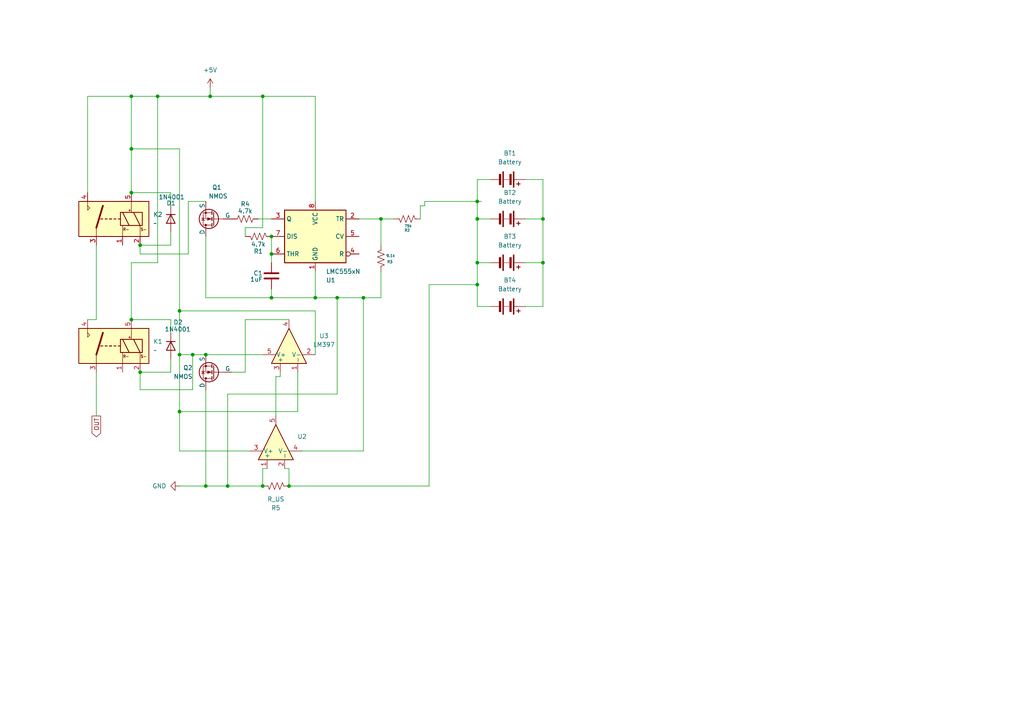
<source format=kicad_sch>
(kicad_sch (version 20250114) (generator "eeschema") (generator_version "9.0")
  (paper "A4")
  (lib_symbols
    (symbol "Comparator:LM397" (pin_names (offset 0.127))
      (property "Reference" "U" (at 1.27 5.08 0))
      (property "Value" "LM397" (at 3.81 -5.08 0))
      (symbol "LM397_0_1"
        (polyline (pts (xy -5.08 5.08) (xy 5.08 0) (xy -5.08 -5.08) (xy -5.08 5.08)) (stroke (width 0.254)) (fill (type background)))
      )
      (symbol "LM397_1_1"
        (pin input line (at -7.62 2.54 0) (length 2.54) (name "+") (number "3"))
        (pin input line (at -7.62 -2.54 0) (length 2.54) (name "-") (number "1"))
        (pin power_in line (at -2.54 7.62 270) (length 3.81) (name "V+") (number "5"))
        (pin power_in line (at -2.54 -7.62 90) (length 3.81) (name "V-") (number "2"))
        (pin open_collector line (at 7.62 0 180) (length 2.54) (name "~") (number "4"))
      )
    )
    (symbol "Device:Battery" (pin_numbers (hide yes)) (pin_names (offset 0) (hide yes))
      (property "Reference" "BT" (at 2.54 2.54 0))
      (property "Value" "Battery" (at 2.54 0 0))
      (symbol "Battery_0_1"
        (rectangle (start -2.286 1.778) (end 2.286 1.524) (fill (type outline)))
        (rectangle (start -2.286 -1.27) (end 2.286 -1.524) (fill (type outline)))
        (rectangle (start -1.524 1.016) (end 1.524 0.508) (fill (type outline)))
        (rectangle (start -1.524 -2.032) (end 1.524 -2.54) (fill (type outline)))
        (polyline (pts (xy 0 1.778) (xy 0 2.54)))
        (polyline (pts (xy 0 0) (xy 0 0.254)))
        (polyline (pts (xy 0 -0.508) (xy 0 -0.254)))
        (polyline (pts (xy 0 -1.016) (xy 0 -0.762)))
        (polyline (pts (xy 0.762 3.048) (xy 1.778 3.048)) (stroke (width 0.254)))
        (polyline (pts (xy 1.27 3.556) (xy 1.27 2.54)) (stroke (width 0.254)))
      )
      (symbol "Battery_1_1"
        (pin passive line (at 0 5.08 270) (length 2.54) (name "+") (number "1"))
        (pin passive line (at 0 -5.08 90) (length 2.54) (name "-") (number "2"))
      )
    )
    (symbol "Device:C" (pin_numbers (hide yes)) (pin_names (offset 0.254))
      (property "Reference" "C" (at 0.635 2.54 0))
      (property "Value" "C" (at 0.635 -2.54 0))
      (symbol "C_0_1"
        (polyline (pts (xy -2.032 0.762) (xy 2.032 0.762)) (stroke (width 0.508)))
        (polyline (pts (xy -2.032 -0.762) (xy 2.032 -0.762)) (stroke (width 0.508)))
      )
      (symbol "C_1_1"
        (pin passive line (at 0 3.81 270) (length 2.794) (name "~") (number "1"))
        (pin passive line (at 0 -3.81 90) (length 2.794) (name "~") (number "2"))
      )
    )
    (symbol "Device:R_US" (pin_numbers (hide yes)) (pin_names (offset 0))
      (property "Reference" "R" (at 2.54 0 90))
      (property "Value" "R_US" (at -2.54 0 90))
      (symbol "R_US_0_1"
        (polyline (pts (xy 0 2.286) (xy 0 2.54)))
        (polyline (pts (xy 0 2.286) (xy 1.016 1.905) (xy 0 1.524) (xy -1.016 1.143) (xy 0 0.762)))
        (polyline (pts (xy 0 0.762) (xy 1.016 0.381) (xy 0 0) (xy -1.016 -0.381) (xy 0 -0.762)))
        (polyline (pts (xy 0 -0.762) (xy 1.016 -1.143) (xy 0 -1.524) (xy -1.016 -1.905) (xy 0 -2.286)))
        (polyline (pts (xy 0 -2.286) (xy 0 -2.54)))
      )
      (symbol "R_US_1_1"
        (pin passive line (at 0 3.81 270) (length 1.27) (name "~") (number "1"))
        (pin passive line (at 0 -3.81 90) (length 1.27) (name "~") (number "2"))
      )
    )
    (symbol "Diode:1N4001" (pin_numbers (hide yes)) (pin_names (hide yes))
      (property "Reference" "D" (at 0 2.54 0))
      (property "Value" "1N4001" (at 0 -2.54 0))
      (symbol "1N4001_0_1"
        (polyline (pts (xy -1.27 1.27) (xy -1.27 -1.27)) (stroke (width 0.254)))
        (polyline (pts (xy 1.27 1.27) (xy 1.27 -1.27) (xy -1.27 0) (xy 1.27 1.27)) (stroke (width 0.254)))
        (polyline (pts (xy 1.27 0) (xy -1.27 0)))
      )
      (symbol "1N4001_1_1"
        (pin passive line (at -3.81 0 0) (length 2.54) (name "K") (number "1"))
        (pin passive line (at 3.81 0 180) (length 2.54) (name "A") (number "2"))
      )
    )
    (symbol "Relay:Relay_SPST_Latching_2coil_Combined_SR"
      (property "Reference" "K" (at 12.954 5.08 0))
      (symbol "Relay_SPST_Latching_2coil_Combined_SR_0_1"
        (polyline (pts (xy -7.62 -3.81) (xy -7.62 -0.635)))
        (polyline (pts (xy -5.08 6.35) (xy -5.08 3.175)))
        (polyline (pts (xy -2.54 -3.81) (xy -2.54 -0.635)))
      )
      (symbol "Relay_SPST_Latching_2coil_Combined_SR_1_1"
        (rectangle (start -10.16 6.35) (end 10.16 -3.81) (stroke (width 0.254)) (fill (type background)))
        (rectangle (start -8.255 3.175) (end -1.905 -0.635) (stroke (width 0.254)))
        (polyline (pts (xy -7.62 -0.635) (xy -5.715 3.175)) (stroke (width 0.254)))
        (polyline (pts (xy -4.445 -0.635) (xy -2.54 3.175)) (stroke (width 0.254)))
        (polyline (pts (xy -1.905 1.27) (xy -1.27 1.27)) (stroke (width 0.254)))
        (polyline (pts (xy -0.635 1.27) (xy 0 1.27)) (stroke (width 0.254)))
        (polyline (pts (xy 0.635 1.27) (xy 1.27 1.27)) (stroke (width 0.254)))
        (polyline (pts (xy 0.635 1.27) (xy 1.27 1.27)) (stroke (width 0.254)))
        (polyline (pts (xy 1.905 1.27) (xy 2.54 1.27)) (stroke (width 0.254)))
        (polyline (pts (xy 3.175 1.27) (xy 3.81 1.27)) (stroke (width 0.254)))
        (polyline (pts (xy 5.08 -1.27) (xy 3.175 5.08)) (stroke (width 0.508)))
        (polyline (pts (xy 5.08 -1.27) (xy 5.08 -3.81)))
        (polyline (pts (xy 7.62 5.08) (xy 7.62 6.35)))
        (polyline (pts (xy 7.62 5.08) (xy 7.62 3.81) (xy 6.985 4.445) (xy 7.62 5.08)))
        (text "S-" (at -8.636 -1.778 0) (effects (font (size 0.762 0.762))))
        (text "+" (at -4.572 3.81 0) (effects (font (size 0.762 0.762))))
        (text "R-" (at -3.556 -1.778 0) (effects (font (size 0.762 0.762))))
        (pin passive line (at -7.62 -6.35 90) (length 2.54) (name "~") (number "2"))
        (pin passive line (at -5.08 8.89 270) (length 2.54) (name "~") (number "5"))
        (pin passive line (at -2.54 -6.35 90) (length 2.54) (name "~") (number "1"))
        (pin passive line (at 5.08 -6.35 90) (length 2.54) (name "~") (number "3"))
        (pin passive line (at 7.62 8.89 270) (length 2.54) (name "~") (number "4"))
      )
    )
    (symbol "Simulation_SPICE:NMOS" (pin_numbers (hide yes)) (pin_names (offset 0))
      (property "Reference" "Q" (at 5.08 1.27 0))
      (property "Value" "NMOS" (at 5.08 -1.27 0))
      (symbol "NMOS_0_1"
        (polyline (pts (xy 0.254 1.905) (xy 0.254 -1.905)) (stroke (width 0.254)))
        (polyline (pts (xy 0.254 0) (xy -2.54 0)))
        (polyline (pts (xy 0.762 2.286) (xy 0.762 1.27)) (stroke (width 0.254)))
        (polyline (pts (xy 0.762 0.508) (xy 0.762 -0.508)) (stroke (width 0.254)))
        (polyline (pts (xy 0.762 -1.27) (xy 0.762 -2.286)) (stroke (width 0.254)))
        (polyline (pts (xy 0.762 -1.778) (xy 3.302 -1.778) (xy 3.302 1.778) (xy 0.762 1.778)))
        (polyline (pts (xy 1.016 0) (xy 2.032 0.381) (xy 2.032 -0.381) (xy 1.016 0)) (fill (type outline)))
        (circle (center 1.651 0) (radius 2.794) (stroke (width 0.254)))
        (polyline (pts (xy 2.54 2.54) (xy 2.54 1.778)))
        (circle (center 2.54 1.778) (radius 0.254) (fill (type outline)))
        (circle (center 2.54 -1.778) (radius 0.254) (fill (type outline)))
        (polyline (pts (xy 2.54 -2.54) (xy 2.54 0) (xy 0.762 0)))
        (polyline (pts (xy 2.794 0.508) (xy 2.921 0.381) (xy 3.683 0.381) (xy 3.81 0.254)))
        (polyline (pts (xy 3.302 0.381) (xy 2.921 -0.254) (xy 3.683 -0.254) (xy 3.302 0.381)))
      )
      (symbol "NMOS_1_1"
        (pin input line (at -5.08 0 0) (length 2.54) (name "G") (number "2"))
        (pin passive line (at 2.54 5.08 270) (length 2.54) (name "D") (number "1"))
        (pin passive line (at 2.54 -5.08 90) (length 2.54) (name "S") (number "3"))
      )
    )
    (symbol "Simulation_SPICE:OPAMP" (pin_names (offset 0.254))
      (property "Reference" "U" (at 3.81 3.175 0))
      (property "Value" "${SIM.PARAMS}" (at 3.81 -3.175 0))
      (symbol "OPAMP_0_1"
        (polyline (pts (xy 5.08 0) (xy -5.08 5.08) (xy -5.08 -5.08) (xy 5.08 0)) (stroke (width 0.254)) (fill (type background)))
      )
      (symbol "OPAMP_1_1"
        (pin input line (at -7.62 2.54 0) (length 2.54) (name "+") (number "1"))
        (pin input line (at -7.62 -2.54 0) (length 2.54) (name "-") (number "2"))
        (pin power_in line (at -2.54 7.62 270) (length 3.81) (name "V+") (number "3"))
        (pin power_in line (at -2.54 -7.62 90) (length 3.81) (name "V-") (number "4"))
        (pin output line (at 7.62 0 180) (length 2.54) (name "~") (number "5"))
      )
    )
    (symbol "Timer:LMC555xN"
      (property "Reference" "U" (at -10.16 8.89 0))
      (property "Value" "LMC555xN" (at 2.54 8.89 0))
      (symbol "LMC555xN_0_0"
        (pin power_in line (at 0 10.16 270) (length 2.54) (name "VCC") (number "8"))
        (pin power_in line (at 0 -10.16 90) (length 2.54) (name "GND") (number "1"))
      )
      (symbol "LMC555xN_0_1"
        (rectangle (start -8.89 -7.62) (end 8.89 7.62) (stroke (width 0.254)) (fill (type background)))
        (rectangle (start -8.89 -7.62) (end 8.89 7.62) (stroke (width 0.254)) (fill (type background)))
      )
      (symbol "LMC555xN_1_1"
        (pin input line (at -12.7 5.08 0) (length 3.81) (name "TR") (number "2"))
        (pin input line (at -12.7 0 0) (length 3.81) (name "CV") (number "5"))
        (pin input inverted (at -12.7 -5.08 0) (length 3.81) (name "R") (number "4"))
        (pin output line (at 12.7 5.08 180) (length 3.81) (name "Q") (number "3"))
        (pin input line (at 12.7 0 180) (length 3.81) (name "DIS") (number "7"))
        (pin input line (at 12.7 -5.08 180) (length 3.81) (name "THR") (number "6"))
      )
    )
    (symbol "power:+5V" (power) (pin_numbers (hide yes)) (pin_names (offset 0) (hide yes))
      (property "Value" "+5V" (at 0 3.556 0))
      (symbol "+5V_0_1"
        (polyline (pts (xy -0.762 1.27) (xy 0 2.54)))
        (polyline (pts (xy 0 2.54) (xy 0.762 1.27)))
        (polyline (pts (xy 0 0) (xy 0 2.54)))
      )
      (symbol "+5V_1_1"
        (pin power_in line (at 0 0 90) (length 0) (name "~") (number "1"))
      )
    )
    (symbol "power:GND" (power) (pin_numbers (hide yes)) (pin_names (offset 0) (hide yes))
      (property "Value" "GND" (at 0 -3.81 0))
      (symbol "GND_0_1"
        (polyline (pts (xy 0 0) (xy 0 -1.27) (xy 1.27 -1.27) (xy 0 -2.54) (xy -1.27 -1.27) (xy 0 -1.27)))
      )
      (symbol "GND_1_1"
        (pin power_in line (at 0 0 270) (length 0) (name "~") (number "1"))
      )
    )
  )
  (junction (at 76.2 140.97))
  (junction (at 97.79 86.36))
  (junction (at 38.1 92.71))
  (junction (at 45.72 27.94))
  (junction (at 38.1 43.18))
  (junction (at 78.74 73.66))
  (junction (at 157.48 63.5))
  (junction (at 52.07 119.38))
  (junction (at 78.74 86.36))
  (junction (at 91.44 86.36))
  (junction (at 157.48 76.2))
  (junction (at 138.43 82.55))
  (junction (at 83.82 140.97))
  (junction (at 110.49 63.5))
  (junction (at 40.64 71.12))
  (junction (at 40.64 107.95))
  (junction (at 60.96 27.94))
  (junction (at 138.43 76.2))
  (junction (at 78.74 68.58))
  (junction (at 138.43 58.42))
  (junction (at 52.07 102.87))
  (junction (at 105.41 86.36))
  (junction (at 59.69 140.97))
  (junction (at 59.69 102.87))
  (junction (at 38.1 27.94))
  (junction (at 138.43 63.5))
  (junction (at 38.1 55.88))
  (junction (at 52.07 90.17))
  (junction (at 55.88 102.87))
  (junction (at 66.04 140.97))
  (junction (at 76.2 27.94))
  (wire (pts (xy 40.64 73.66) (xy 40.64 71.12)))
  (wire (pts (xy 81.28 109.22) (xy 80.01 109.22)))
  (wire (pts (xy 123.19 59.69) (xy 121.92 59.69)))
  (wire (pts (xy 66.04 140.97) (xy 76.2 140.97)))
  (wire (pts (xy 76.2 27.94) (xy 76.2 66.04)))
  (wire (pts (xy 139.7 58.42) (xy 138.43 58.42)))
  (wire (pts (xy 38.1 76.2) (xy 45.72 76.2)))
  (wire (pts (xy 80.01 109.22) (xy 80.01 120.65)))
  (wire (pts (xy 138.43 63.5) (xy 138.43 76.2)))
  (wire (pts (xy 40.64 107.95) (xy 49.53 107.95)))
  (wire (pts (xy 110.49 86.36) (xy 110.49 78.74)))
  (wire (pts (xy 71.12 68.58) (xy 71.12 66.04)))
  (wire (pts (xy 105.41 130.81) (xy 105.41 86.36)))
  (wire (pts (xy 71.12 66.04) (xy 76.2 66.04)))
  (wire (pts (xy 86.36 107.95) (xy 86.36 119.38)))
  (wire (pts (xy 52.07 102.87) (xy 52.07 119.38)))
  (wire (pts (xy 123.19 58.42) (xy 123.19 59.69)))
  (wire (pts (xy 25.4 27.94) (xy 38.1 27.94)))
  (wire (pts (xy 74.93 63.5) (xy 78.74 63.5)))
  (wire (pts (xy 52.07 119.38) (xy 52.07 130.81)))
  (wire (pts (xy 91.44 86.36) (xy 97.79 86.36)))
  (wire (pts (xy 49.53 96.52) (xy 49.53 92.71)))
  (wire (pts (xy 76.2 135.89) (xy 77.47 135.89)))
  (wire (pts (xy 97.79 86.36) (xy 105.41 86.36)))
  (wire (pts (xy 78.74 76.2) (xy 78.74 73.66)))
  (wire (pts (xy 87.63 130.81) (xy 105.41 130.81)))
  (wire (pts (xy 157.48 63.5) (xy 157.48 76.2)))
  (wire (pts (xy 91.44 86.36) (xy 91.44 78.74)))
  (wire (pts (xy 38.1 27.94) (xy 38.1 43.18)))
  (wire (pts (xy 52.07 130.81) (xy 72.39 130.81)))
  (wire (pts (xy 59.69 102.87) (xy 76.2 102.87)))
  (wire (pts (xy 40.64 71.12) (xy 49.53 71.12)))
  (wire (pts (xy 97.79 86.36) (xy 97.79 114.3)))
  (wire (pts (xy 83.82 140.97) (xy 124.46 140.97)))
  (wire (pts (xy 157.48 52.07) (xy 157.48 63.5)))
  (wire (pts (xy 27.94 107.95) (xy 27.94 120.65)))
  (wire (pts (xy 27.94 71.12) (xy 27.94 92.71)))
  (wire (pts (xy 59.69 86.36) (xy 78.74 86.36)))
  (wire (pts (xy 83.82 135.89) (xy 83.82 140.97)))
  (wire (pts (xy 45.72 27.94) (xy 60.96 27.94)))
  (wire (pts (xy 152.4 63.5) (xy 157.48 63.5)))
  (wire (pts (xy 121.92 59.69) (xy 121.92 63.5)))
  (wire (pts (xy 152.4 88.9) (xy 157.48 88.9)))
  (wire (pts (xy 67.31 107.95) (xy 71.12 107.95)))
  (wire (pts (xy 81.28 107.95) (xy 81.28 109.22)))
  (wire (pts (xy 82.55 135.89) (xy 83.82 135.89)))
  (wire (pts (xy 152.4 52.07) (xy 157.48 52.07)))
  (wire (pts (xy 152.4 76.2) (xy 157.48 76.2)))
  (wire (pts (xy 138.43 82.55) (xy 138.43 88.9)))
  (wire (pts (xy 38.1 27.94) (xy 45.72 27.94)))
  (wire (pts (xy 91.44 27.94) (xy 91.44 58.42)))
  (wire (pts (xy 78.74 86.36) (xy 78.74 83.82)))
  (wire (pts (xy 78.74 73.66) (xy 78.74 68.58)))
  (wire (pts (xy 110.49 63.5) (xy 114.3 63.5)))
  (wire (pts (xy 40.64 107.95) (xy 40.64 113.03)))
  (wire (pts (xy 124.46 82.55) (xy 138.43 82.55)))
  (wire (pts (xy 60.96 27.94) (xy 76.2 27.94)))
  (wire (pts (xy 76.2 27.94) (xy 91.44 27.94)))
  (wire (pts (xy 71.12 92.71) (xy 83.82 92.71)))
  (wire (pts (xy 124.46 140.97) (xy 124.46 82.55)))
  (wire (pts (xy 138.43 88.9) (xy 142.24 88.9)))
  (wire (pts (xy 38.1 43.18) (xy 38.1 55.88)))
  (wire (pts (xy 138.43 63.5) (xy 142.24 63.5)))
  (wire (pts (xy 49.53 71.12) (xy 49.53 67.31)))
  (wire (pts (xy 86.36 119.38) (xy 52.07 119.38)))
  (wire (pts (xy 49.53 55.88) (xy 49.53 59.69)))
  (wire (pts (xy 59.69 113.03) (xy 59.69 140.97)))
  (wire (pts (xy 38.1 43.18) (xy 52.07 43.18)))
  (wire (pts (xy 52.07 140.97) (xy 59.69 140.97)))
  (wire (pts (xy 91.44 90.17) (xy 52.07 90.17)))
  (wire (pts (xy 45.72 76.2) (xy 45.72 27.94)))
  (wire (pts (xy 138.43 58.42) (xy 138.43 63.5)))
  (wire (pts (xy 138.43 76.2) (xy 142.24 76.2)))
  (wire (pts (xy 60.96 25.4) (xy 60.96 27.94)))
  (wire (pts (xy 59.69 140.97) (xy 66.04 140.97)))
  (wire (pts (xy 49.53 92.71) (xy 38.1 92.71)))
  (wire (pts (xy 52.07 90.17) (xy 52.07 102.87)))
  (wire (pts (xy 38.1 55.88) (xy 49.53 55.88)))
  (wire (pts (xy 54.61 73.66) (xy 54.61 58.42)))
  (wire (pts (xy 104.14 63.5) (xy 110.49 63.5)))
  (wire (pts (xy 38.1 92.71) (xy 38.1 76.2)))
  (wire (pts (xy 76.2 135.89) (xy 76.2 140.97)))
  (wire (pts (xy 66.04 114.3) (xy 66.04 140.97)))
  (wire (pts (xy 49.53 107.95) (xy 49.53 104.14)))
  (wire (pts (xy 105.41 86.36) (xy 110.49 86.36)))
  (wire (pts (xy 59.69 86.36) (xy 59.69 68.58)))
  (wire (pts (xy 40.64 73.66) (xy 54.61 73.66)))
  (wire (pts (xy 91.44 102.87) (xy 91.44 90.17)))
  (wire (pts (xy 27.94 92.71) (xy 25.4 92.71)))
  (wire (pts (xy 138.43 52.07) (xy 142.24 52.07)))
  (wire (pts (xy 54.61 58.42) (xy 59.69 58.42)))
  (wire (pts (xy 52.07 102.87) (xy 55.88 102.87)))
  (wire (pts (xy 110.49 71.12) (xy 110.49 63.5)))
  (wire (pts (xy 25.4 27.94) (xy 25.4 55.88)))
  (wire (pts (xy 78.74 86.36) (xy 91.44 86.36)))
  (wire (pts (xy 40.64 113.03) (xy 55.88 113.03)))
  (wire (pts (xy 55.88 102.87) (xy 59.69 102.87)))
  (wire (pts (xy 138.43 76.2) (xy 138.43 82.55)))
  (wire (pts (xy 52.07 43.18) (xy 52.07 90.17)))
  (wire (pts (xy 157.48 76.2) (xy 157.48 88.9)))
  (wire (pts (xy 55.88 113.03) (xy 55.88 102.87)))
  (wire (pts (xy 138.43 52.07) (xy 138.43 58.42)))
  (wire (pts (xy 97.79 114.3) (xy 66.04 114.3)))
  (wire (pts (xy 123.19 58.42) (xy 138.43 58.42)))
  (wire (pts (xy 71.12 107.95) (xy 71.12 92.71)))
  (global_label "OUT" (shape output) (at 27.94 120.65 270) (property "Intersheetrefs" "${INTERSHEET_REFS}" (effects (hide yes))))
  (symbol (lib_id "Device:R_US") (at 80.01 140.97 270) (mirror x) (unit 1)
    (property "Reference" "R5" (at 80.01 147.32 90))
    (property "Value" "R_US" (at 80.01 144.78 90))
    (property "Description" "Resistor, US symbol" (effects (hide yes)))
  )
  (symbol (lib_id "Diode:1N4001") (at 49.53 63.5 90) (mirror x) (unit 1)
    (property "Reference" "D1" (at 48.26 58.928 90) (effects (justify right)))
    (property "Value" "1N4001" (at 45.974 57.15 90) (effects (justify right)))
    (property "Footprint" "Diode_THT:D_DO-41_SOD81_P10.16mm_Horizontal" (effects (hide yes)))
    (property "Datasheet" "http://www.vishay.com/docs/88503/1n4001.pdf" (effects (hide yes)))
    (property "Description" "50V 1A General Purpose Rectifier Diode, DO-41" (effects (hide yes)))
    (property "Sim.Device" "D" (effects (hide yes)))
    (property "Sim.Pins" "1=K 2=A" (effects (hide yes)))
  )
  (symbol (lib_id "power:GND") (at 52.07 140.97 270) (unit 1)
    (property "Reference" "#PWR02" (effects (hide yes)))
    (property "Value" "GND" (at 48.26 140.9699 90) (effects (justify right)))
    (property "Description" "Power symbol creates a global label with name \"GND\" , ground" (effects (hide yes)))
  )
  (symbol (lib_id "Device:Battery") (at 147.32 52.07 270) (unit 1)
    (property "Reference" "BT1" (at 147.8915 44.45 90))
    (property "Value" "Battery" (at 147.8915 46.99 90))
    (property "Description" "Multiple-cell battery" (effects (hide yes)))
  )
  (symbol (lib_id "Simulation_SPICE:NMOS") (at 62.23 107.95 180) (unit 1)
    (property "Reference" "Q2" (at 55.88 106.6799 0) (effects (justify left)))
    (property "Value" "NMOS" (at 55.88 109.2199 0) (effects (justify left)))
    (property "Datasheet" "https://ngspice.sourceforge.io/docs/ngspice-html-manual/manual.xhtml#cha_MOSFETs" (effects (hide yes)))
    (property "Description" "N-MOSFET transistor, drain/source/gate" (effects (hide yes)))
    (property "Sim.Device" "NMOS" (effects (hide yes)))
    (property "Sim.Type" "VDMOS" (effects (hide yes)))
    (property "Sim.Pins" "1=D 2=G 3=S" (effects (hide yes)))
  )
  (symbol (lib_id "Relay:Relay_SPST_Latching_2coil_Combined_SR") (at 33.02 64.77 0) (mirror y) (unit 1)
    (property "Reference" "K2" (at 44.45 62.2299 0) (effects (justify right)))
    (property "Value" "~" (at 44.45 64.7699 0) (effects (justify right)))
  )
  (symbol (lib_id "Device:R_US") (at 74.93 68.58 90) (mirror x) (unit 1)
    (property "Reference" "R1" (at 74.93 72.898 90))
    (property "Value" "4.7k" (at 74.93 70.866 90))
    (property "Footprint" "Resistor_SMD:R_0805_2012Metric" (effects (hide yes)))
    (property "Description" "Resistor, US symbol" (effects (hide yes)))
  )
  (symbol (lib_id "Device:R_US") (at 110.49 74.93 0) (mirror x) (unit 1)
    (property "Reference" "R3" (at 112.268 75.9461 0) (effects (font (size 0.762 0.762)) (justify left)))
    (property "Value" "9.1k" (at 112.014 74.168 0) (effects (font (size 0.762 0.762)) (justify left)))
    (property "Footprint" "Resistor_SMD:R_0805_2012Metric" (effects (hide yes)))
    (property "Description" "Resistor, US symbol" (effects (hide yes)))
  )
  (symbol (lib_id "Comparator:LM397") (at 83.82 100.33 90) (unit 1)
    (property "Reference" "U3" (at 93.98 97.4246 90))
    (property "Value" "LM397" (at 93.98 99.9646 90))
    (property "Footprint" "Package_TO_SOT_SMD:SOT-23-5" (effects (hide yes)))
    (property "Datasheet" "http://www.ti.com/lit/ds/symlink/lm397.pdf" (effects (hide yes)))
    (property "Description" "Single General-Purpose Voltage Comparator with Open-Collector Output, SOT-23-5" (effects (hide yes)))
  )
  (symbol (lib_id "Relay:Relay_SPST_Latching_2coil_Combined_SR") (at 33.02 101.6 0) (mirror y) (unit 1)
    (property "Reference" "K1" (at 44.45 99.0599 0) (effects (justify right)))
    (property "Value" "~" (at 44.45 101.5999 0) (effects (justify right)))
  )
  (symbol (lib_id "Device:Battery") (at 147.32 88.9 270) (unit 1)
    (property "Reference" "BT4" (at 147.8915 81.28 90))
    (property "Value" "Battery" (at 147.8915 83.82 90))
    (property "Description" "Multiple-cell battery" (effects (hide yes)))
  )
  (symbol (lib_id "Device:C") (at 78.74 80.01 0) (mirror x) (unit 1)
    (property "Reference" "C1" (at 76.2 79.248 0) (effects (justify right)))
    (property "Value" "1uF" (at 76.2 81.026 0) (effects (justify right)))
    (property "Footprint" "Capacitor_SMD:C_0805_2012Metric" (effects (hide yes)))
    (property "Description" "Unpolarized capacitor" (effects (hide yes)))
  )
  (symbol (lib_id "Device:R_US") (at 71.12 63.5 270) (unit 1)
    (property "Reference" "R4" (at 71.12 59.182 90))
    (property "Value" "4.7k" (at 71.12 61.214 90))
    (property "Footprint" "Resistor_SMD:R_0805_2012Metric" (effects (hide yes)))
    (property "Description" "Resistor, US symbol" (effects (hide yes)))
  )
  (symbol (lib_id "Device:Battery") (at 147.32 63.5 270) (unit 1)
    (property "Reference" "BT2" (at 147.8915 55.88 90))
    (property "Value" "Battery" (at 147.8915 58.42 90))
    (property "Description" "Multiple-cell battery" (effects (hide yes)))
  )
  (symbol (lib_id "Simulation_SPICE:OPAMP") (at 80.01 128.27 90) (unit 1)
    (property "Reference" "U2" (at 87.63 126.6346 90))
    (property "Value" "${SIM.PARAMS}" (at 87.63 128.5397 90))
    (property "Datasheet" "https://ngspice.sourceforge.io/docs/ngspice-html-manual/manual.xhtml#sec__SUBCKT_Subcircuits" (effects (hide yes)))
    (property "Description" "Operational amplifier, single" (effects (hide yes)))
    (property "Sim.Pins" "1=in+ 2=in- 3=vcc 4=vee 5=out" (effects (hide yes)))
    (property "Sim.Device" "SUBCKT" (effects (hide yes)))
    (property "Sim.Library" "${KICAD9_SYMBOL_DIR}/Simulation_SPICE.sp" (effects (hide yes)))
    (property "Sim.Name" "kicad_builtin_opamp" (effects (hide yes)))
  )
  (symbol (lib_id "Timer:LMC555xN") (at 91.44 68.58 0) (mirror y) (unit 1)
    (property "Reference" "U1" (at 94.5581 81.28 0) (effects (justify right)))
    (property "Value" "LMC555xN" (at 94.5581 78.74 0) (effects (justify right)))
    (property "Footprint" "Package_DIP:DIP-8_W7.62mm" (effects (hide yes)))
    (property "Datasheet" "http://www.ti.com/lit/ds/symlink/lmc555.pdf" (effects (hide yes)))
    (property "Description" "CMOS Timer, 555 compatible, PDIP-8" (effects (hide yes)))
  )
  (symbol (lib_id "power:+5V") (at 60.96 25.4 0) (mirror y) (unit 1)
    (property "Reference" "#PWR01" (effects (hide yes)))
    (property "Value" "+5V" (at 60.96 20.32 0))
    (property "Description" "Power symbol creates a global label with name \"+5V\"" (effects (hide yes)))
  )
  (symbol (lib_id "Device:Battery") (at 147.32 76.2 270) (unit 1)
    (property "Reference" "BT3" (at 147.8915 68.58 90))
    (property "Value" "Battery" (at 147.8915 71.12 90))
    (property "Description" "Multiple-cell battery" (effects (hide yes)))
  )
  (symbol (lib_id "Simulation_SPICE:NMOS") (at 62.23 63.5 180) (unit 1)
    (property "Reference" "Q1" (at 64.262 54.356 0) (effects (justify left)))
    (property "Value" "NMOS" (at 66.04 56.896 0) (effects (justify left)))
    (property "Footprint" "Package_TO_SOT_SMD:SOT-23" (effects (hide yes)))
    (property "Datasheet" "https://ngspice.sourceforge.io/docs/ngspice-html-manual/manual.xhtml#cha_MOSFETs" (effects (hide yes)))
    (property "Description" "N-MOSFET transistor, drain/source/gate" (effects (hide yes)))
    (property "Sim.Device" "NMOS" (effects (hide yes)))
    (property "Sim.Type" "VDMOS" (effects (hide yes)))
    (property "Sim.Pins" "1=D 2=G 3=S" (effects (hide yes)))
  )
  (symbol (lib_id "Device:R_US") (at 118.11 63.5 90) (mirror x) (unit 1)
    (property "Reference" "R2" (at 118.11 66.802 90) (effects (font (size 0.762 0.762))))
    (property "Value" "75k" (at 118.364 65.532 90) (effects (font (size 0.762 0.762))))
    (property "Footprint" "Resistor_SMD:R_0805_2012Metric" (effects (hide yes)))
    (property "Description" "Resistor, US symbol" (effects (hide yes)))
  )
  (symbol (lib_id "Diode:1N4001") (at 49.53 100.33 270) (unit 1)
    (property "Reference" "D2" (at 50.292 93.472 90) (effects (justify left)))
    (property "Value" "1N4001" (at 47.752 95.504 90) (effects (justify left)))
    (property "Footprint" "Diode_THT:D_DO-41_SOD81_P10.16mm_Horizontal" (effects (hide yes)))
    (property "Datasheet" "http://www.vishay.com/docs/88503/1n4001.pdf" (effects (hide yes)))
    (property "Description" "50V 1A General Purpose Rectifier Diode, DO-41" (effects (hide yes)))
    (property "Sim.Device" "D" (effects (hide yes)))
    (property "Sim.Pins" "1=K 2=A" (effects (hide yes)))
  )
)
</source>
